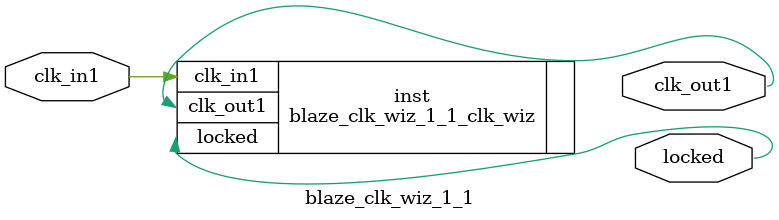
<source format=v>


`timescale 1ps/1ps

(* CORE_GENERATION_INFO = "blaze_clk_wiz_1_1,clk_wiz_v6_0_0_0,{component_name=blaze_clk_wiz_1_1,use_phase_alignment=true,use_min_o_jitter=false,use_max_i_jitter=false,use_dyn_phase_shift=false,use_inclk_switchover=false,use_dyn_reconfig=false,enable_axi=0,feedback_source=FDBK_AUTO,PRIMITIVE=MMCM,num_out_clk=1,clkin1_period=10.000,clkin2_period=10.000,use_power_down=false,use_reset=false,use_locked=true,use_inclk_stopped=false,feedback_type=SINGLE,CLOCK_MGR_TYPE=NA,manual_override=false}" *)

module blaze_clk_wiz_1_1 
 (
  // Clock out ports
  output        clk_out1,
  // Status and control signals
  output        locked,
 // Clock in ports
  input         clk_in1
 );

  blaze_clk_wiz_1_1_clk_wiz inst
  (
  // Clock out ports  
  .clk_out1(clk_out1),
  // Status and control signals               
  .locked(locked),
 // Clock in ports
  .clk_in1(clk_in1)
  );

endmodule

</source>
